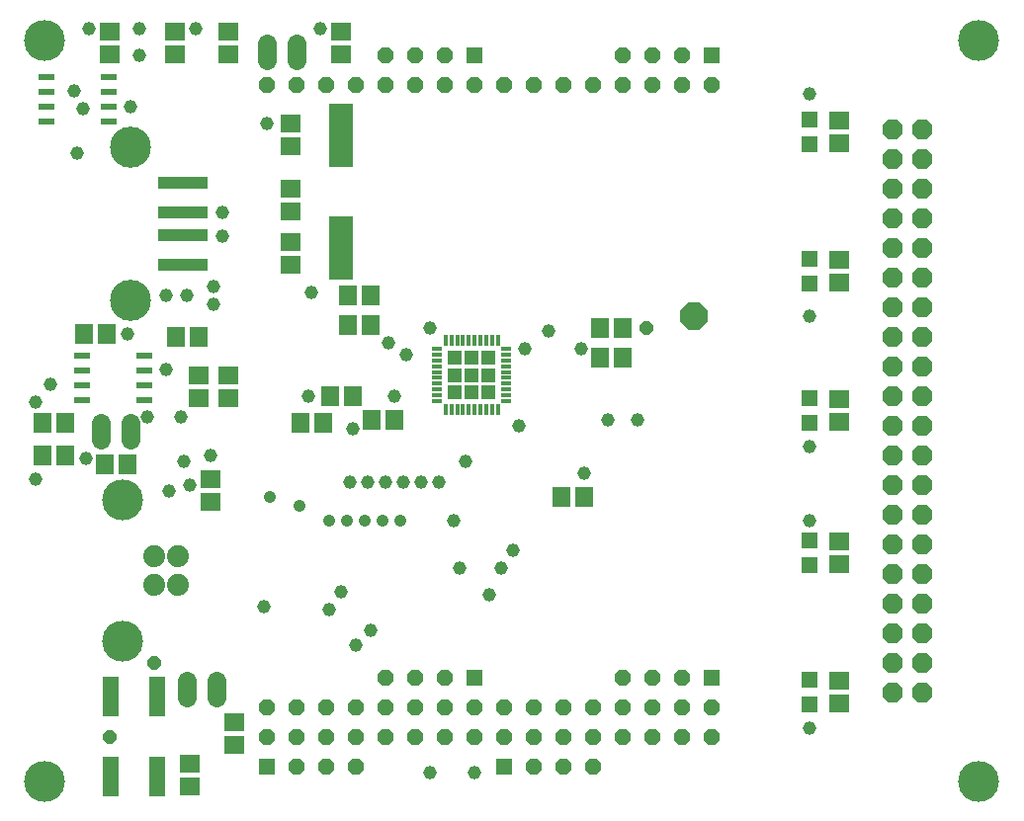
<source format=gts>
G75*
%MOIN*%
%OFA0B0*%
%FSLAX24Y24*%
%IPPOS*%
%LPD*%
%AMOC8*
5,1,8,0,0,1.08239X$1,22.5*
%
%ADD10C,0.1380*%
%ADD11R,0.0552X0.1340*%
%ADD12C,0.0620*%
%ADD13OC8,0.0552*%
%ADD14R,0.0552X0.0552*%
%ADD15C,0.0157*%
%ADD16R,0.0157X0.0276*%
%ADD17R,0.0276X0.0157*%
%ADD18R,0.0453X0.0453*%
%ADD19R,0.0552X0.0237*%
%ADD20OC8,0.0671*%
%ADD21R,0.0671X0.0592*%
%ADD22R,0.0592X0.0671*%
%ADD23R,0.0840X0.2180*%
%ADD24C,0.0740*%
%ADD25OC8,0.0930*%
%ADD26C,0.1386*%
%ADD27R,0.1655X0.0434*%
%ADD28C,0.0456*%
%ADD29OC8,0.0456*%
%ADD30C,0.0417*%
D10*
X004500Y001650D03*
X007130Y006380D03*
X007130Y011120D03*
X004500Y026650D03*
X036000Y026650D03*
X036000Y001650D03*
D11*
X008287Y001811D03*
X006712Y001811D03*
X006712Y004489D03*
X008287Y004489D03*
D12*
X009300Y004480D02*
X009300Y005020D01*
X010300Y005020D02*
X010300Y004480D01*
X007400Y013180D02*
X007400Y013720D01*
X006400Y013720D02*
X006400Y013180D01*
X012000Y025980D02*
X012000Y026520D01*
X013000Y026520D02*
X013000Y025980D01*
D13*
X013000Y025150D03*
X014000Y025150D03*
X015000Y025150D03*
X016000Y025150D03*
X017000Y025150D03*
X018000Y025150D03*
X019000Y025150D03*
X020000Y025150D03*
X021000Y025150D03*
X022000Y025150D03*
X023000Y025150D03*
X024000Y025150D03*
X025000Y025150D03*
X026000Y025150D03*
X027000Y025150D03*
X026000Y026150D03*
X025000Y026150D03*
X024000Y026150D03*
X018000Y026150D03*
X017000Y026150D03*
X016000Y026150D03*
X012000Y025150D03*
X016000Y005150D03*
X017000Y005150D03*
X018000Y005150D03*
X018000Y004150D03*
X017000Y004150D03*
X017000Y003150D03*
X018000Y003150D03*
X019000Y003150D03*
X020000Y003150D03*
X021000Y003150D03*
X022000Y003150D03*
X023000Y003150D03*
X024000Y003150D03*
X025000Y003150D03*
X026000Y003150D03*
X027000Y003150D03*
X027000Y004150D03*
X026000Y004150D03*
X025000Y004150D03*
X024000Y004150D03*
X023000Y004150D03*
X022000Y004150D03*
X021000Y004150D03*
X020000Y004150D03*
X019000Y004150D03*
X021000Y002150D03*
X022000Y002150D03*
X023000Y002150D03*
X024000Y005150D03*
X025000Y005150D03*
X026000Y005150D03*
X016000Y004150D03*
X016000Y003150D03*
X015000Y003150D03*
X014000Y003150D03*
X014000Y004150D03*
X015000Y004150D03*
X013000Y004150D03*
X013000Y003150D03*
X012000Y003150D03*
X012000Y004150D03*
X013000Y002150D03*
X014000Y002150D03*
X015000Y002150D03*
D14*
X012000Y002150D03*
X019000Y005150D03*
X020000Y002150D03*
X027000Y005150D03*
X030300Y005063D03*
X030300Y004237D03*
X030300Y008937D03*
X030300Y009763D03*
X030300Y013737D03*
X030300Y014563D03*
X030300Y018437D03*
X030300Y019263D03*
X030300Y023137D03*
X030300Y023963D03*
X027000Y026150D03*
X019000Y026150D03*
D15*
X018998Y016413D03*
X019195Y016413D03*
X019392Y016413D03*
X019589Y016413D03*
X019785Y016413D03*
X019963Y016236D03*
X019963Y016039D03*
X019963Y015842D03*
X019963Y015645D03*
X019963Y015448D03*
X019963Y015252D03*
X019963Y015055D03*
X019963Y014858D03*
X019963Y014661D03*
X019963Y014464D03*
X019785Y014287D03*
X019589Y014287D03*
X019392Y014287D03*
X019195Y014287D03*
X018998Y014287D03*
X018801Y014287D03*
X018604Y014287D03*
X018407Y014287D03*
X018211Y014287D03*
X018014Y014287D03*
X017837Y014464D03*
X017837Y014661D03*
X017837Y014858D03*
X017837Y015055D03*
X017837Y015252D03*
X017837Y015448D03*
X017837Y015645D03*
X017837Y015842D03*
X017837Y016039D03*
X017837Y016236D03*
X018014Y016413D03*
X018211Y016413D03*
X018407Y016413D03*
X018604Y016413D03*
X018801Y016413D03*
D16*
X018801Y016551D03*
X018604Y016551D03*
X018407Y016551D03*
X018211Y016551D03*
X018014Y016551D03*
X018998Y016551D03*
X019195Y016551D03*
X019392Y016551D03*
X019589Y016551D03*
X019785Y016551D03*
X019785Y014149D03*
X019589Y014149D03*
X019392Y014149D03*
X019195Y014149D03*
X018998Y014149D03*
X018801Y014149D03*
X018604Y014149D03*
X018407Y014149D03*
X018211Y014149D03*
X018014Y014149D03*
D17*
X017699Y014464D03*
X017699Y014661D03*
X017699Y014858D03*
X017699Y015055D03*
X017699Y015252D03*
X017699Y015448D03*
X017699Y015645D03*
X017699Y015842D03*
X017699Y016039D03*
X017699Y016236D03*
X020100Y016236D03*
X020100Y016039D03*
X020100Y015842D03*
X020100Y015645D03*
X020100Y015448D03*
X020100Y015252D03*
X020100Y015055D03*
X020100Y014858D03*
X020100Y014661D03*
X020100Y014464D03*
D18*
X019470Y014779D03*
X018900Y014779D03*
X018900Y015350D03*
X019470Y015350D03*
X019470Y015921D03*
X018900Y015921D03*
X018329Y015921D03*
X018329Y015350D03*
X018329Y014779D03*
D19*
X007843Y015000D03*
X007843Y015500D03*
X007843Y016000D03*
X007843Y014500D03*
X005756Y014500D03*
X005756Y015000D03*
X005756Y015500D03*
X005756Y016000D03*
X006643Y023900D03*
X006643Y024400D03*
X006643Y024900D03*
X006643Y025400D03*
X004556Y025400D03*
X004556Y024900D03*
X004556Y024400D03*
X004556Y023900D03*
D20*
X033100Y023650D03*
X034100Y023650D03*
X034100Y022650D03*
X033100Y022650D03*
X033100Y021650D03*
X034100Y021650D03*
X034100Y020650D03*
X034100Y019650D03*
X033100Y019650D03*
X033100Y020650D03*
X033100Y018650D03*
X034100Y018650D03*
X034100Y017650D03*
X033100Y017650D03*
X033100Y016650D03*
X034100Y016650D03*
X034100Y015650D03*
X033100Y015650D03*
X033100Y014650D03*
X034100Y014650D03*
X034100Y013650D03*
X033100Y013650D03*
X033100Y012650D03*
X034100Y012650D03*
X034100Y011650D03*
X033100Y011650D03*
X033100Y010650D03*
X034100Y010650D03*
X034100Y009650D03*
X033100Y009650D03*
X033100Y008650D03*
X034100Y008650D03*
X034100Y007650D03*
X033100Y007650D03*
X033100Y006650D03*
X034100Y006650D03*
X034100Y005650D03*
X034100Y004650D03*
X033100Y004650D03*
X033100Y005650D03*
D21*
X031300Y005024D03*
X031300Y004276D03*
X031300Y008976D03*
X031300Y009724D03*
X031300Y013776D03*
X031300Y014524D03*
X031300Y018476D03*
X031300Y019224D03*
X031300Y023176D03*
X031300Y023924D03*
X014500Y026176D03*
X014500Y026924D03*
X010700Y026924D03*
X010700Y026176D03*
X008900Y026176D03*
X008900Y026924D03*
X006700Y026924D03*
X006700Y026176D03*
X012800Y023824D03*
X012800Y023076D03*
X012800Y021624D03*
X012800Y020876D03*
X012800Y019824D03*
X012800Y019076D03*
X010700Y015324D03*
X010700Y014576D03*
X009700Y014576D03*
X009700Y015324D03*
X010100Y011824D03*
X010100Y011076D03*
X010900Y003624D03*
X010900Y002876D03*
X009400Y002224D03*
X009400Y001476D03*
D22*
X021926Y011250D03*
X022674Y011250D03*
X023226Y015950D03*
X023974Y015950D03*
X023974Y016950D03*
X023226Y016950D03*
X016274Y013850D03*
X015526Y013850D03*
X014874Y014650D03*
X014126Y014650D03*
X013874Y013750D03*
X013126Y013750D03*
X009674Y016650D03*
X008926Y016650D03*
X006574Y016750D03*
X005826Y016750D03*
X005174Y013750D03*
X004426Y013750D03*
X004426Y012650D03*
X005174Y012650D03*
X006526Y012350D03*
X007274Y012350D03*
X014726Y017050D03*
X015474Y017050D03*
X015474Y018050D03*
X014726Y018050D03*
D23*
X014500Y019650D03*
X014500Y023450D03*
D24*
X008980Y009242D03*
X008200Y009242D03*
X008200Y008258D03*
X008980Y008258D03*
D25*
X026400Y017350D03*
D26*
X007400Y017863D03*
X007400Y023037D03*
D27*
X009171Y021828D03*
X009171Y020844D03*
X009171Y020056D03*
X009171Y019072D03*
D28*
X010200Y018350D03*
X010200Y017750D03*
X009300Y018050D03*
X008600Y018050D03*
X007300Y016750D03*
X008600Y015550D03*
X009100Y013950D03*
X007950Y013950D03*
X010100Y012650D03*
X009200Y012450D03*
X009400Y011650D03*
X008700Y011450D03*
X005900Y012550D03*
X004200Y011850D03*
X004200Y014450D03*
X004700Y015050D03*
X010500Y020050D03*
X010500Y020850D03*
X013500Y018150D03*
X016100Y016450D03*
X016700Y016050D03*
X017500Y016950D03*
X016300Y014650D03*
X014900Y013550D03*
X013400Y014650D03*
X014800Y011750D03*
X015400Y011750D03*
X016000Y011750D03*
X016600Y011750D03*
X017200Y011750D03*
X017800Y011750D03*
X018700Y012450D03*
X020500Y013650D03*
X022700Y012050D03*
X023500Y013850D03*
X024500Y013850D03*
X022600Y016250D03*
X021500Y016850D03*
X020700Y016250D03*
X018300Y010450D03*
X018500Y008850D03*
X019500Y007950D03*
X019900Y008850D03*
X020300Y009450D03*
X015500Y006750D03*
X015000Y006250D03*
X014100Y007450D03*
X014500Y008050D03*
X011900Y007550D03*
X017500Y001950D03*
X019000Y001950D03*
X030300Y003450D03*
X030300Y010450D03*
X030300Y012950D03*
X030300Y017350D03*
X030300Y024850D03*
X013800Y027050D03*
X012000Y023850D03*
X009600Y027050D03*
X007700Y027050D03*
X007700Y026150D03*
X006000Y027050D03*
X005500Y024950D03*
X005800Y024350D03*
X007400Y024400D03*
X005600Y022850D03*
D29*
X024800Y016950D03*
X008200Y005650D03*
X006700Y003150D03*
D30*
X014100Y010450D03*
X014700Y010450D03*
X015300Y010450D03*
X015900Y010450D03*
X016500Y010450D03*
X013100Y010950D03*
X012100Y011250D03*
M02*

</source>
